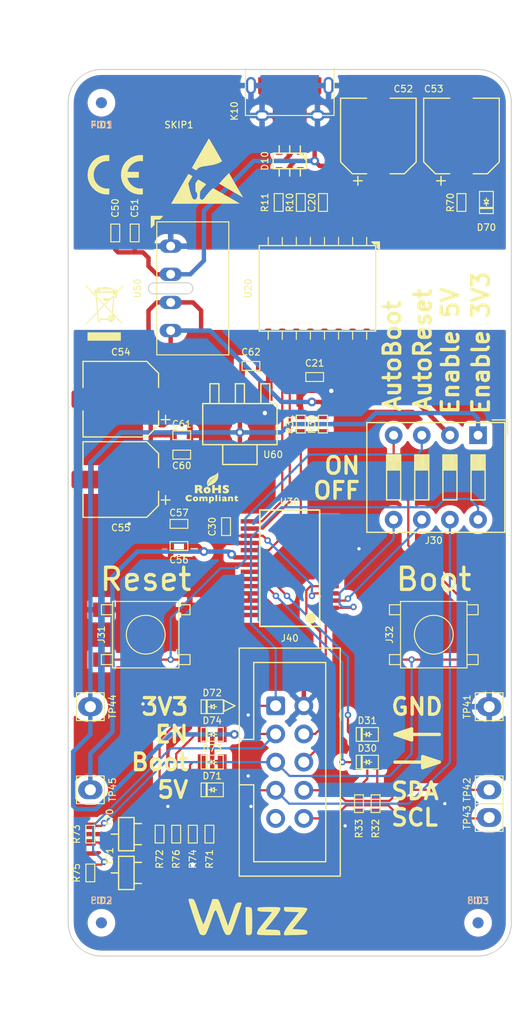
<source format=kicad_pcb>
(kicad_pcb (version 20211014) (generator pcbnew)
  (layers (0 "F.Cu" signal "CopperTop") (31 "B.Cu" signal "CopperBottom") (34 "B.Paste" user "PasteBottom") (35 "F.Paste" user "PasteTop") (36 "B.SilkS" user "SilkBottom") (37 "F.SilkS" user "SilkTop") (38 "B.Mask" user "SoldermaskBottom") (39 "F.Mask" user "SoldermaskTop") (44 "Edge.Cuts" user "EdgeOutline"))
  (net 0 "")
  (net 1 "GND")
  (net 2 "3V3")
  (net 3 "VUSB")
  (net 4 "Net-(C30-Pad1)")
  (net 5 "GND2")
  (net 6 "VCC")
  (net 7 "Net-(D10-Pad6)")
  (net 8 "Net-(D10-Pad4)")
  (net 9 "Net-(D10-Pad3)")
  (net 10 "Net-(D10-Pad1)")
  (net 11 "Net-(D30-Pad2)")
  (net 12 "Net-(D30-Pad1)")
  (net 13 "Net-(D31-Pad2)")
  (net 14 "Net-(D31-Pad1)")
  (net 15 "Net-(D70-Pad1)")
  (net 16 "Net-(D71-Pad2)")
  (net 17 "Net-(D71-Pad1)")
  (net 18 "Net-(D72-Pad2)")
  (net 19 "Net-(D72-Pad1)")
  (net 20 "Net-(J30-Pad4)")
  (net 21 "Net-(J30-Pad3)")
  (net 22 "Net-(J30-Pad6)")
  (net 23 "Net-(J30-Pad5)")
  (net 24 "Net-(J40-Pad10)")
  (net 25 "Net-(J40-Pad8)")
  (net 26 "Net-(J40-Pad6)")
  (net 27 "Net-(J40-Pad4)")
  (net 28 "Net-(R10-Pad2)")
  (net 29 "Net-(R11-Pad2)")
  (net 30 "Net-(R30-Pad2)")
  (net 31 "Net-(U20-Pad11)")
  (net 32 "Net-(U20-Pad10)")
  (net 33 "Net-(D73-Pad1)")
  (net 34 "Net-(D74-Pad1)")
  (net 35 "Net-(R73-Pad2)")
  (net 36 "Net-(R74-Pad1)")
  (net 37 "Net-(R75-Pad2)")
  (net 38 "Net-(R76-Pad1)")
  (net 39 "Net-(C20-Pad1)")
  (net 40 "Net-(C21-Pad1)")
  (footprint "_obudowy:C_0603" (layer "F.Cu") (at 14.25 -38.75 90)
    (fp_text reference "C30")
    (fp_text value "100n")
  )
  (footprint "_obudowy:C_0603" (layer "F.Cu") (at 4.25 -65.25 90)
    (fp_text reference "C50")
    (fp_text value "100n")
  )
  (footprint "Capacitor_SMD:CP_Elec_6.3x7.7" (layer "F.Cu") (at 4.75 -50.25 180)
    (fp_text reference "C54")
    (fp_text value "220u")
  )
  (footprint "_obudowy:C_0603" (layer "F.Cu") (at 10.25 -45.25)
    (fp_text reference "C60")
    (fp_text value "1u")
  )
  (footprint "_obudowy:C_0603" (layer "F.Cu") (at 10.25 -47)
    (fp_text reference "C61")
    (fp_text value "100n")
  )
  (footprint "_obudowy:C_0603" (layer "F.Cu") (at 16.5 -53.25)
    (fp_text reference "C62")
    (fp_text value "100n")
  )
  (footprint "_obudowy:SOT23-6" (layer "F.Cu") (at 20 -71.75 180)
    (fp_text reference "D10")
    (fp_text value "USBLC6-2")
  )
  (footprint "_obudowy:LED_0805" (layer "F.Cu") (at 27 -17.5)
    (fp_text reference "D30")
    (fp_text value "OF-SMD2012R")
  )
  (footprint "_obudowy:LED_0805" (layer "F.Cu") (at 27 -20)
    (fp_text reference "D31")
    (fp_text value "OF-SMD2012G")
  )
  (footprint "_obudowy:LED_0805" (layer "F.Cu") (at 13 -15)
    (fp_text reference "D71")
    (fp_text value "OF-SMD2012W")
  )
  (footprint "_obudowy:Fiducial_1.00mm_ring0.5mm" (layer "F.Cu") (at 3 -77)
    (fp_text reference "FID1")
    (fp_text value "_FIDUCIAL" hide)
  )
  (footprint "_obudowy:Fiducial_1.00mm_ring0.5mm" (layer "F.Cu") (at 3 -3 180)
    (fp_text reference "FID2")
    (fp_text value "_FIDUCIAL" hide)
  )
  (footprint "w_logo:Logo_silk_CE_5x3.6mm" (layer "F.Cu") (at 4.25 -70.5)
    (fp_text reference "ICON1" hide)
    (fp_text value "CE" hide)
  )
  (footprint "w_logo:Logo_silk_WEEE_3.4x5mm" (layer "F.Cu") (at 3.25 -58)
    (fp_text reference "ICON2" hide)
    (fp_text value "WEEE" hide)
  )
  (footprint "w_logo:Logo_silk_ROHS_5x2.8mm" (layer "F.Cu") (at 13 -42.25)
    (fp_text reference "ICON3" hide)
    (fp_text value "RoHS" hide)
  )
  (footprint "Symbol:ESD-Logo_6.6x6mm_SilkScreen" (layer "F.Cu") (at 12.55 -70.85)
    (fp_text reference "ICON4" hide)
    (fp_text value "ESD" hide)
  )
  (footprint "_obudowy:TACT_6x6_SMD" (layer "F.Cu") (at 7 -29 180)
    (fp_text reference "J31")
    (fp_text value "TACT_6x6_SMD")
  )
  (footprint "_obudowy:TACT_6x6_SMD" (layer "F.Cu") (at 33 -29 180)
    (fp_text reference "J32")
    (fp_text value "TACT_6x6_SMD")
  )
  (footprint "_obudowy:USB_Micro_B_Amphenol_10118194-0001LF_PIP" (layer "F.Cu") (at 20 -78.55 180)
    (fp_text reference "K10")
    (fp_text value "USB")
  )
  (footprint "_obudowy:R_0603" (layer "F.Cu") (at 21 -68 -90)
    (fp_text reference "R10")
    (fp_text value "22R")
  )
  (footprint "_obudowy:R_0603" (layer "F.Cu") (at 23 -48 -90)
    (fp_text reference "R30")
    (fp_text value "4k7")
  )
  (footprint "_obudowy:R_0603" (layer "F.Cu") (at 21 -48 90)
    (fp_text reference "R31")
    (fp_text value "10k")
  )
  (footprint "_obudowy:R_0603" (layer "F.Cu") (at 35.5 -68 90)
    (fp_text reference "R70")
    (fp_text value "2k2")
  )
  (footprint "_obudowy:R_0603" (layer "F.Cu") (at 8.25 -11 90)
    (fp_text reference "R72")
    (fp_text value "1k")
  )
  (footprint "Package_SO:SOIC-16W_7.5x10.3mm_P1.27mm" (layer "F.Cu") (at 22.5 -60.25 -90)
    (fp_text reference "U20")
    (fp_text value "ADUM3160")
  )
  (footprint "w_smd_dil:ssop-28" (layer "F.Cu") (at 20 -35 90)
    (fp_text reference "U30")
    (fp_text value "FT232RL")
  )
  (footprint "_obudowy:SOT223" (layer "F.Cu") (at 15.5 -48 180)
    (fp_text reference "U60")
    (fp_text value "1117-3.3")
  )
  (footprint "_obudowy:1pin" (layer "F.Cu") (at 38 -22.5 90)
    (fp_text reference "TP41")
    (fp_text value "GND")
  )
  (footprint "_obudowy:1pin" (layer "F.Cu") (at 38 -15 90)
    (fp_text reference "TP42")
    (fp_text value "SDA")
  )
  (footprint "_obudowy:1pin" (layer "F.Cu") (at 38 -12.5 90)
    (fp_text reference "TP43")
    (fp_text value "SCL")
  )
  (footprint "_obudowy:LED_0805" (layer "F.Cu") (at 13 -17.5)
    (fp_text reference "D73")
    (fp_text value "OF-SMD2012Y")
  )
  (footprint "_obudowy:LED_0805" (layer "F.Cu") (at 13 -20)
    (fp_text reference "D74")
    (fp_text value "OF-SMD2012Y")
  )
  (footprint "_obudowy:R_0603" (layer "F.Cu") (at 2 -11 -90)
    (fp_text reference "R73")
    (fp_text value "10k")
  )
  (footprint "_obudowy:R_0603" (layer "F.Cu") (at 2 -7.5 -90)
    (fp_text reference "R75")
    (fp_text value "10k")
  )
  (footprint "_obudowy:R_0603" (layer "F.Cu") (at 9.75 -11 90)
    (fp_text reference "R76")
    (fp_text value "100R")
  )
  (footprint "_obudowy:Skipmark_1.00mm" (layer "F.Cu") (at 10 -77)
    (fp_text reference "SKIP1")
    (fp_text value "_SKIPMARK" hide)
  )
  (footprint "_obudowy:SOT23" (layer "F.Cu") (at 5.25 -11 90)
    (fp_text reference "T70")
    (fp_text value "BC857")
  )
  (footprint "_obudowy:SOT23" (layer "F.Cu") (at 5.25 -7.5 90)
    (fp_text reference "T71")
    (fp_text value "BC857")
  )
  (footprint "_obudowy:1pin" (layer "F.Cu") (at 2 -22.5 90)
    (fp_text reference "TP44")
    (fp_text value "3V3")
  )
  (footprint "Capacitor_SMD:CP_Elec_6.3x7.7" (layer "F.Cu") (at 28 -74 90)
    (fp_text reference "C52")
    (fp_text value "220u")
  )
  (footprint "Capacitor_SMD:CP_Elec_6.3x7.7" (layer "F.Cu") (at 35.5 -74 90)
    (fp_text reference "C53")
    (fp_text value "220u")
  )
  (footprint "_obudowy:C_0603" (layer "F.Cu") (at 10 -37 180)
    (fp_text reference "C56")
    (fp_text value "10u")
  )
  (footprint "_obudowy:C_0603" (layer "F.Cu") (at 10 -39 180)
    (fp_text reference "C57")
    (fp_text value "100n")
  )
  (footprint "Capacitor_SMD:CP_Elec_6.3x7.7" (layer "F.Cu") (at 4.75 -43 180)
    (fp_text reference "C55")
    (fp_text value "220u")
  )
  (footprint "_obudowy:LED_0805" (layer "F.Cu") (at 13 -22.5)
    (fp_text reference "D72")
    (fp_text value "OF-SMD2012W")
  )
  (footprint "_obudowy:R_0603" (layer "F.Cu") (at 19 -68 -90)
    (fp_text reference "R11")
    (fp_text value "22R")
  )
  (footprint "_obudowy:LED_0805" (layer "F.Cu") (at 37.75 -68 90)
    (fp_text reference "D70")
    (fp_text value "OF-SMD2012W")
  )
  (footprint "_obudowy:Fiducial_1.00mm_ring0.5mm" (layer "F.Cu") (at 37 -3 180)
    (fp_text reference "FID3")
    (fp_text value "_FIDUCIAL" hide)
  )
  (footprint "_obudowy:R_0603" (layer "F.Cu") (at 26.25 -13.75 -90)
    (fp_text reference "R33")
    (fp_text value "100R")
  )
  (footprint "_obudowy:R_0603" (layer "F.Cu") (at 11.25 -11 90)
    (fp_text reference "R74")
    (fp_text value "100R")
  )
  (footprint "_obudowy:AMxS-xxxxSZ" (layer "F.Cu") (at 11.25 -60.25 -90)
    (fp_text reference "U50")
    (fp_text value "AM2S-0505SZ")
  )
  (footprint "_obudowy:1pin" (layer "F.Cu") (at 2 -15 90)
    (fp_text reference "TP45")
    (fp_text value "5V")
  )
  (footprint "Button_Switch_THT:SW_DIP_SPSTx04_Slide_9.78x12.34mm_W7.62mm_P2.54mm" (layer "F.Cu") (at 37 -47 -90)
    (fp_text reference "J30")
    (fp_text value "DIPSW4")
  )
  (footprint "_obudowy:wizzdev-logo-part2" (layer "F.Cu") (at 20 -4)
    (fp_text reference "LOGO2" hide)
    (fp_text value "WizzDev" hide)
  )
  (footprint "_obudowy:wizzdev-logo-part1" (layer "F.Cu") (at 20 -4)
    (fp_text reference "LOGO1" hide)
    (fp_text value "WizzDev" hide)
  )
  (footprint "_obudowy:C_0603" (layer "F.Cu") (at 23 -68 90)
    (fp_text reference "C20")
    (fp_text value "100n")
  )
  (footprint "_obudowy:IDC-Header_2x05_P2.54mm_Vertical" (layer "F.Cu") (at 20 -17.5)
    (fp_text reference "J40")
    (fp_text value "IDC-10")
  )
  (footprint "_obudowy:R_0603" (layer "F.Cu") (at 12.75 -11 90)
    (fp_text reference "R71")
    (fp_text value "2k2")
  )
  (footprint "_obudowy:R_0603" (layer "F.Cu") (at 27.75 -13.75 -90)
    (fp_text reference "R32")
    (fp_text value "100R")
  )
  (footprint "_obudowy:C_0603" (layer "F.Cu") (at 22.25 -52.25)
    (fp_text reference "C21")
    (fp_text value "100n")
  )
  (footprint "_obudowy:C_0603" (layer "F.Cu") (at 6 -65.25 90)
    (fp_text reference "C51")
    (fp_text value "10u")
  )
  (footprint "_obudowy:Fiducial_1.00mm_ring0.5mm" (layer "B.Cu") (at 3 -77 180)
    (fp_text reference "FID4")
    (fp_text value "_FIDUCIAL" hide)
  )
  (footprint "_obudowy:Fiducial_1.00mm_ring0.5mm" (layer "B.Cu") (at 3 -3)
    (fp_text reference "FID5")
    (fp_text value "_FIDUCIAL" hide)
  )
  (footprint "_obudowy:Fiducial_1.00mm_ring0.5mm" (layer "B.Cu") (at 37 -3)
    (fp_text reference "FID6")
    (fp_text value "_FIDUCIAL" hide)
  )
  (gr_line (start 31 -19.5) (end 29.5 -20) (layer "F.SilkS") (width 0.3))
  (gr_line (start 30.75 -20.25) (end 30.75 -19.75) (layer "F.SilkS") (width 0.3))
  (gr_line (start 30.5 -20.25) (end 30.5 -19.75) (layer "F.SilkS") (width 0.3))
  (gr_line (start 30.25 -20.25) (end 30.25 -19.75) (layer "F.SilkS") (width 0.3))
  (gr_line (start 30 -20) (end 30 -20) (layer "F.SilkS") (width 0.3))
  (gr_line (start 32.25 -17.25) (end 32.25 -17.75) (layer "F.SilkS") (width 0.3))
  (gr_line (start 33.5 -17.5) (end 32 -17) (layer "F.SilkS") (width 0.3))
  (gr_line (start 32 -18) (end 33.5 -17.5) (layer "F.SilkS") (width 0.3))
  (gr_line (start 32.75 -17.25) (end 32.75 -17.75) (layer "F.SilkS") (width 0.3))
  (gr_line (start 33 -17.5) (end 33 -17.5) (layer "F.SilkS") (width 0.3))
  (gr_line (start 33.5 -17.5) (end 29.5 -17.5) (layer "F.SilkS") (width 0.3))
  (gr_line (start 32 -17) (end 32 -18) (layer "F.SilkS") (width 0.3))
  (gr_line (start 32.5 -17.25) (end 32.5 -17.75) (layer "F.SilkS") (width 0.3))
  (gr_line (start 29.5 -20) (end 31 -20.5) (layer "F.SilkS") (width 0.3))
  (gr_line (start 29.5 -20) (end 33.5 -20) (layer "F.SilkS") (width 0.3))
  (gr_line (start 31 -20.5) (end 31 -19.5) (layer "F.SilkS") (width 0.3))
  (gr_line (start 3 -80) (end 37 -80) (layer "Edge.Cuts") (width 0.1))
  (gr_line (start 40 -77) (end 40 -3) (layer "Edge.Cuts") (width 0.1))
  (gr_line (start 37 0) (end 3 0) (layer "Edge.Cuts") (width 0.1))
  (gr_line (start 0 -3) (end 0 -77) (layer "Edge.Cuts") (width 0.1))
  (gr_line (start 7.75 -60.75) (end 10.75 -60.75) (layer "Edge.Cuts") (width 0.1))
  (gr_arc (start 37 -80) (mid 39.12132 -79.12132) (end 40 -77) (layer "Edge.Cuts") (width 0.1))
  (gr_arc (start 10.75 -60.75) (mid 11.25 -60.25) (end 10.75 -59.75) (layer "Edge.Cuts") (width 0.1))
  (gr_line (start 10.75 -59.75) (end 7.75 -59.75) (layer "Edge.Cuts") (width 0.1))
  (gr_arc (start 7.75 -59.75) (mid 7.25 -60.25) (end 7.75 -60.75) (layer "Edge.Cuts") (width 0.1))
  (gr_arc (start 0 -77) (mid 0.87868 -79.12132) (end 3 -80) (layer "Edge.Cuts") (width 0.1))
  (gr_arc (start 3 0) (mid 0.87868 -0.87868) (end 0 -3) (layer "Edge.Cuts") (width 0.1))
  (gr_arc (start 40 -3) (mid 39.12132 -0.87868) (end 37 0) (layer "Edge.Cuts") (width 0.1))
  (gr_text "SCL" (at 29 -12.5) (layer "F.SilkS") (effects (font (size 1.5 1.5) (thickness 0.3)) (justify left)))
  (gr_text "GND" (at 29 -22.5) (layer "F.SilkS") (effects (font (size 1.5 1.5) (thickness 0.3)) (justify left)))
  (gr_text "SDA" (at 29 -14.88) (layer "F.SilkS") (effects (font (size 1.5 1.5) (thickness 0.3)) (justify left)))
  (gr_text "3V3" (at 11 -22.5) (layer "F.SilkS") (effects (font (size 1.5 1.5) (thickness 0.3)) (justify right)))
  (gr_text "Boot" (at 11 -17.5) (layer "F.SilkS") (effects (font (size 1.5 1.5) (thickness 0.3)) (justify right)))
  (gr_text "5V" (at 11 -15) (layer "F.SilkS") (effects (font (size 1.5 1.5) (thickness 0.3)) (justify right)))
  (gr_text "EN" (at 11 -20) (layer "F.SilkS") (effects (font (size 1.5 1.5) (thickness 0.3)) (justify right)))
  (gr_text "ON" (at 26.5 -44.25) (layer "F.SilkS") (effects (font (size 1.5 1.5) (thickness 0.3)) (justify right)))
  (gr_text "AutoBoot" (at 29.25 -49 90) (layer "F.SilkS") (effects (font (size 1.5 1.5) (thickness 0.3)) (justify left)))
  (gr_text "AutoReset" (at 32 -49 90) (layer "F.SilkS") (effects (font (size 1.5 1.5) (thickness 0.3)) (justify left)))
  (gr_text "Enable 5V" (at 34.5 -48.75 90) (layer "F.SilkS") (effects (font (size 1.5 1.5) (thickness 0.3)) (justify left)))
  (gr_text "Enable 3V3" (at 37.25 -48.75 90) (layer "F.SilkS") (effects (font (size 1.5 1.5) (thickness 0.3)) (justify left)))
  (gr_text "OFF" (at 26.5 -42) (layer "F.SilkS") (effects (font (size 1.5 1.5) (thickness 0.3)) (justify right)))
  (segment (start 23 -52.25) (end 23 -51) (width 0.4) (layer "F.Cu") (net 1))
  (segment (start 11.27 -58.98) (end 12 -58.25) (width 0.4) (layer "F.Cu") (net 1))
  (segment (start 13.825 -32.075) (end 13.825 -32.825) (width 0.4) (layer "F.Cu") (net 1))
  (segment (start 4.19336 -11) (end 1.25 -11) (width 0.4) (layer "F.Cu") (net 1))
  (segment (start 9.25 -37) (end 9.25 -35.4) (width 0.4) (layer "F.Cu") (net 1))
  (segment (start 21 -50.5) (end 21.5 -51) (width 0.4) (layer "F.Cu") (net 1))
  (segment (start 17.80124 -48.80124) (end 17.80124 -48.94876) (width 0.4) (layer "F.Cu") (net 1))
  (segment (start 27 -31.25) (end 27 -26.624998) (width 0.4) (layer "F.Cu") (net 1))
  (segment (start 14.25 -39.5) (end 12.75 -39.5) (width 0.4) (layer "F.Cu") (net 1))
  (segment (start 16.4 -32.075) (end 13.825 -32.075) (width 0.4) (layer "F.Cu") (net 1))
  (segment (start 9.25 -58.98) (end 7.98 -58.98) (width 0.4) (layer "F.Cu") (net 1))
  (segment (start 12 -56.25) (end 12.65 -55.6) (width 0.4) (layer "F.Cu") (net 1))
  (segment (start 18 -53.25) (end 18.055 -53.305) (width 0.4) (layer "F.Cu") (net 1))
  (segment (start 13.825 -37.225) (end 13.775 -37.275) (width 0.4) (layer "F.Cu") (net 1))
  (segment (start 17.80124 -48.80124) (end 17.80124 -47.19876) (width 0.4) (layer "F.Cu") (net 1))
  (segment (start 7.25 -58.25) (end 7.25 -55.25) (width 0.4) (layer "F.Cu") (net 1))
  (segment (start 12.75 -9.75) (end 12.75 -10.25) (width 0.4) (layer "F.Cu") (net 1))
  (segment (start 9.25 -35.4) (end 9.325 -35.325) (width 0.4) (layer "F.Cu") (net 1))
  (segment (start 12 -58.25) (end 12 -56.25) (width 0.4) (layer "F.Cu") (net 1))
  (segment (start 3.02 -37.98) (end 3 -38) (width 0.4) (layer "F.Cu") (net 1))
  (segment (start 3 -38) (end 2.05 -38.95) (width 0.4) (layer "F.Cu") (net 1))
  (segment (start 13.825 -32.075) (end 13 -31.25) (width 0.4) (layer "F.Cu") (net 1))
  (segment (start 4.143361 -7.450001) (end 4.19336 -7.5) (width 0.4) (layer "F.Cu") (net 1))
  (segment (start 1.299999 -7.450001) (end 4.143361 -7.450001) (width 0.4) (layer "F.Cu") (net 1))
  (segment (start 17.80124 -47.19876) (end 18.375 -46.625) (width 0.4) (layer "F.Cu") (net 1))
  (segment (start 7.75 -10.25) (end 7 -11) (width 0.4) (layer "F.Cu") (net 1))
  (segment (start 13.775 -37.275) (end 13.225 -37.275) (width 0.4) (layer "F.Cu") (net 1))
  (segment (start 11 -44.25) (end 11 -45.25) (width 0.4) (layer "F.Cu") (net 1))
  (segment (start 23.6 -34.675) (end 18.575 -34.675) (width 0.4) (layer "F.Cu") (net 1))
  (segment (start 12.65 -55.6) (end 13.65 -55.6) (width 0.4) (layer "F.Cu") (net 1))
  (segment (start 16.4 -37.275) (end 13.775 -37.275) (width 0.4) (layer "F.Cu") (net 1))
  (segment (start 17.80124 -48.94876) (end 17.75 -49) (width 0.4) (layer "F.Cu") (net 1))
  (segment (start 4.25 -52.25) (end 2.75 -52.25) (width 0.4) (layer "F.Cu") (net 1))
  (segment (start 13.825 -35.325) (end 9.325 -35.325) (width 0.4) (layer "F.Cu") (net 1))
  (segment (start 5.675 -35.325) (end 3.075 -35.325) (width 0.4) (layer "F.Cu") (net 1))
  (segment (start 18.375 -46.625) (end 18.375 -44.125) (width 0.4) (layer "F.Cu") (net 1))
  (segment (start 17.80124 -50.99974) (end 17.80124 -48.80124) (width 0.4) (layer "F.Cu") (net 1))
  (segment (start 2.75 -52.25) (end 2.05 -51.55) (width 0.4) (layer "F.Cu") (net 1))
  (segment (start 18.055 -51.2535) (end 17.80124 -50.99974) (width 0.4) (layer "F.Cu") (net 1))
  (segment (start 1.25 -11) (end 0.75 -10.5) (width 0.4) (layer "F.Cu") (net 1))
  (segment (start 10.5 -7.5) (end 11.25 -8.25) (width 0.4) (layer "F.Cu") (net 1))
  (segment (start 18.575 -34.675) (end 17.925 -35.325) (width 0.4) (layer "F.Cu") (net 1))
  (segment (start 27 -31.25) (end 27 -32.75) (width 0.4) (layer "F.Cu") (net 1))
  (segment (start 7 -11) (end 4.19336 -11) (width 0.4) (layer "F.Cu") (net 1))
  (segment (start 17.925 -35.325) (end 16.4 -35.325) (width 0.4) (layer "F.Cu") (net 1))
  (segment (start 10 -58.98) (end 11.27 -58.98) (width 0.4) (layer "F.Cu") (net 1))
  (segment (start 12.75 -39.5) (end 12.75 -43.5) (width 0.4) (layer "F.Cu") (net 1))
  (segment (start 25.675 -52.925) (end 25.675 -55.6) (width 0.4) (layer "F.Cu") (net 1))
  (segment (start 17.25 -53.25) (end 18 -53.25) (width 0.4) (layer "F.Cu") (net 1))
  (segment (start 27 -26.624998) (end 31.124998 -22.5) (width 0.4) (layer "F.Cu") (net 1))
  (segment (start 4.19336 -7.5) (end 10.5 -7.5) (width 0.4) (layer "F.Cu") (net 1))
  (segment (start 23.75 -51) (end 25.675 -52.925) (width 0.4) (layer "F.Cu") (net 1))
  (segment (start 8.25 -10.25) (end 7.75 -10.25) (width 0.4) (layer "F.Cu") (net 1))
  (segment (start 18.055 -55.6) (end 18.055 -53.305) (width 0.4) (layer "F.Cu") (net 1))
  (segment (start 10 -58.98) (end 8.73 -58.98) (width 0.4) (layer "F.Cu") (net 1))
  (segment (start 18.055 -53.305) (end 18.055 -51.2535) (width 0.4) (layer "F.Cu") (net 1))
  (segment (start 21.27 -28.73) (end 17.925 -32.075) (width 0.4) (layer "F.Cu") (net 1))
  (segment (start 27 -32.75) (end 25.075 -34.675) (width 0.4) (layer "F.Cu") (net 1))
  (segment (start 36.98 -31.25) (end 29.02 -31.25) (width 0.4) (layer "F.Cu") (net 1))
  (segment (start 7.25 -55.25) (end 4.25 -52.25) (width 0.4) (layer "F.Cu") (net 1))
  (segment (start 2.05 -38.95) (end 2.05 -43) (width 0.4) (layer "F.Cu") (net 1))
  (segment (start 14.25 -43.5) (end 12.75 -43.5) (width 0.4) (layer "F.Cu") (net 1))
  (segment (start 16.4 -32.725) (end 13.925 -32.725) (width 0.4) (layer "F.Cu") (net 1))
  (segment (start 3.02 -31.25) (end 3.02 -35.27) (width 0.4) (layer "F.Cu") (net 1))
  (segment (start 23 -51) (end 23.75 -51) (width 0.4) (layer "F.Cu") (net 1))
  (segment (start 0.75 -8) (end 1.299999 -7.450001) (width 0.4) (layer "F.Cu") (net 1))
  (segment (start 13.65 -55.6) (end 18.055 -55.6) (width 0.4) (layer "F.Cu") (net 1))
  (segment (start 11.75 -43.5) (end 11 -44.25) (width 0.4) (layer "F.Cu") (net 1))
  (segment (start 23.6 -34.675) (end 25.075 -34.675) (width 0.4) (layer "F.Cu") (net 1))
  (segment (start 17.75 -43.5) (end 14.25 -43.5) (width 0.4) (layer "F.Cu") (net 1))
  (segment (start 27 -31.25) (end 29.02 -31.25) (width 0.4) (layer "F.Cu") (net 1))
  (segment (start 11.25 -8.25) (end 12.75 -9.75) (width 0.4) (layer "F.Cu") (net 1))
  (segment (start 2.05 -51.55) (end 2.05 -50.25) (width 0.4) (layer "F.Cu") (net 1))
  (segment (start 18.375 -44.125) (end 17.75 -43.5) (width 0.4) (layer "F.Cu") (net 1))
  (segment (start 0.75 -10.5) (end 0.75 -8) (width 0.4) (layer "F.Cu") (net 1))
  (segment (start 9.25 -39) (end 9.25 -37) (width 0.4) (layer "F.Cu") (net 1))
  (segment (start 11 -45.25) (end 11 -47) (width 0.4) (layer "F.Cu") (net 1))
  (segment (start 13.825 -32.825) (end 13.825 -35.325) (width 0.4) (layer "F.Cu") (net 1))
  (segment (start 21 -48.75) (end 21 -50.5) (width 0.4) (layer "F.Cu") (net 1))
  (segment (start 13.925 -32.725) (end 13.825 -32.825) (width 0.4) (layer "F.Cu") (net 1))
  (segment (start 7.98 -58.98) (end 7.25 -58.25) (width 0.4) (layer "F.Cu") (net 1))
  (segment (start 9.325 -35.325) (end 5.675 -35.325) (width 0.4) (layer "F.Cu") (net 1))
  (segment (start 31.124998 -22.5) (end 38 -22.5) (width 0.4) (layer "F.Cu") (net 1))
  (segment (start 13.225 -37.275) (end 12.75 -37.75) (width 0.4) (layer "F.Cu") (net 1))
  (segment (start 2.05 -50.25) (end 2.05 -43) (width 0.4) (layer "F.Cu") (net 1))
  (segment (start 13.825 -35.325) (end 13.825 -37.225) (width 0.4) (layer "F.Cu") (net 1))
  (segment (start 12.75 -43.5) (end 11.75 -43.5) (width 0.4) (layer "F.Cu") (net 1))
  (segment (start 17.925 -32.075) (end 16.4 -32.075) (width 0.4) (layer "F.Cu") (net 1))
  (segment (start 16.4 -35.325) (end 13.825 -35.325) (width 0.4) (layer "F.Cu") (net 1))
  (segment (start 21.5 -51) (end 23 -51) (width 0.4) (layer "F.Cu") (net 1))
  (segment (start 3.075 -35.325) (end 3.02 -35.27) (width 0.4) (layer "F.Cu") (net 1))
  (segment (start 12.75 -37.75) (end 12.75 -39.5) (width 0.4) (layer "F.Cu") (net 1))
  (segment (start 3.02 -35.27) (end 3.02 -37.98) (width 0.4) (layer "F.Cu") (net 1))
  (segment (start 13 -31.25) (end 10.98 -31.25) (width 0.4) (layer "F.Cu") (net 1))
  (segment (start 21.27 -22.58) (end 21.27 -28.73) (width 0.4) (layer "F.Cu") (net 1))
  (via (at 6.75 -22.75) (size 0.6) (drill 0.3) (layers "F.Cu" "B.Cu") (net 1))
  (via (at 5.5 -39) (size 0.6) (drill 0.3) (layers "F.Cu" "B.Cu") (net 1))
  (via (at 26.25 -36.75) (size 0.6) (drill 0.3) (layers "F.Cu" "B.Cu") (net 1))
  (via (at 34 -13.75) (size 0.6) (drill 0.3) (layers "F.Cu" "B.Cu") (net 1))
  (via (at 16.25 -21.75) (size 0.6) (drill 0.3) (layers "F.Cu" "B.Cu") (net 1))
  (via (at 25 -11.75) (size 0.6) (drill 0.3) (layers "F.Cu" "B.Cu") (net 1))
  (via (at 23.75 -51) (size 0.8) (drill 0.4) (layers "F.Cu" "B.Cu") (net 1))
  (via (at 11.25 -8.25) (size 0.8) (drill 0.4) (layers "F.Cu" "B.Cu") (net 1))
  (via (at 16.25 -16.25) (size 0.6) (drill 0.3) (layers "F.Cu" "B.Cu") (net 1))
  (via (at 17.75 -49) (size 0.8) (drill 0.4) (layers "F.Cu" "B.Cu") (net 1))
  (via (at 16.5 -13.5) (size 0.6) (drill 0.3) (layers "F.Cu" "B.Cu") (net 1))
  (via (at 9 -13.5) (size 0.6) (drill 0.3) (layers "F.Cu" "B.Cu") (net 1))
  (segment (start 38 -19) (end 38 -22.5) (width 0.4) (layer "B.Cu") (net 1))
  (segment (start 22.5 -49) (end 23.75 -50.25) (width 0.4) (layer "B.Cu") (net 1))
  (segment (start 27.25 -8.25) (end 38 -19) (width 0.4) (layer "B.Cu") (net 1))
  (segment (start 23.75 -50.25) (end 23.75 -51) (width 0.4) (layer "B.Cu") (net 1))
  (segment (start 11.25 -8.25) (end 27.25 -8.25) (width 0.4) (layer "B.Cu") (net 1))
  (segment (start 17.75 -49) (end 22.5 -49) (width 0.4) (layer "B.Cu") (net 1))
  (segment (start 15.75 -51.24974) (end 15.5 -50.99974) (width 0.4) (layer "F.Cu") (net 2))
  (segment (start 13 -17.5) (end 13.9 -17.5) (width 0.4) (layer "F.Cu") (net 2))
  (segment (start 13 -14) (end 13 -17.5) (width 0.4) (layer "F.Cu") (net 2))
  (segment (start 13 -19.75) (end 13 -18) (width 0.4) (layer "F.Cu") (net 2))
  (segment (start 27.75 -11.75) (end 26.75 -10.75) (width 0.4) (layer "F.Cu") (net 2))
  (segment (start 26.25 -13) (end 26.25 -10.75) (width 0.4) (layer "F.Cu") (net 2))
  (segment (start 16.25 -10.75) (end 13 -14) (width 0.4) (layer "F.Cu") (net 2))
  (segment (start 15.75 -53.25) (end 15.75 -51.24974) (width 0.4) (layer "F.Cu") (net 2))
  (segment (start 13 -18) (end 13 -17.5) (width 0.4) (layer "F.Cu") (net 2))
  (segment (start 15.5 -47.25) (end 15.5 -45.00026) (width 0.4) (layer "F.Cu") (net 2))
  (segment (start 15.5 -50.99974) (end 15.5 -47.25) (width 0.4) (layer "F.Cu") (net 2))
  (segment (start 13.9 -20) (end 13.25 -20) (width 0.4) (layer "F.Cu") (net 2))
  (segment (start 26.25 -10.75) (end 16.25 -10.75) (width 0.4) (layer "F.Cu") (net 2))
  (segment (start 27.75 -13) (end 27.75 -11.75) (width 0.4) (layer "F.Cu") (net 2))
  (segment (start 13.9 -20) (end 15 -20) (width 0.4) (layer "F.Cu") (net 2))
  (segment (start 13.25 -20) (end 13 -19.75) (width 0.4) (layer "F.Cu") (net 2))
  (segment (start 26.75 -10.75) (end 26.25 -10.75) (width 0.4) (layer "F.Cu") (net 2))
  (via (at 15 -20) (size 0.8) (drill 0.4) (layers "F.Cu" "B.Cu") (net 2))
  (via (at 15.5 -47.25) (size 0.8) (drill 0.4) (layers "F.Cu" "B.Cu") (net 2))
  (segment (start 15.5 -47.25) (end 19.25 -47.25) (width 0.4) (layer "B.Cu") (net 2))
  (segment (start 2 -20) (end 2 -22.5) (width 0.4) (layer "B.Cu") (net 2))
  (segment (start 19.25 -47.25) (end 20 -48) (width 0.4) (layer "B.Cu") (net 2))
  (segment (start 0.45001 -18.45001) (end 2 -20) (width 0.4) (layer "B.Cu") (net 2))
  (segment (start 9.25 -20) (end 2.5 -13.25) (width 0.4) (layer "B.Cu") (net 2))
  (segment (start 26.75 -48) (end 27.75 -49) (width 0.4) (layer "B.Cu") (net 2))
  (segment (start 37 -48.5) (end 37 -47) (width 0.4) (layer "B.Cu") (net 2))
  (segment (start 2 -22.5) (end 2 -44.5) (width 0.4) (layer "B.Cu") (net 2))
  (segment (start 2.5 -13.25) (end 0.75 -13.25) (width 0.4) (layer "B.Cu") (net 2))
  (segment (start 0.75 -13.25) (end 0.45001 -13.54999) (width 0.4) (layer "B.Cu") (net 2))
  (segment (start 0.45001 -13.54999) (end 0.45001 -18.45001) (width 0.4) (layer "B.Cu") (net 2))
  (segment (start 27.75 -49) (end 36.5 -49) (width 0.4) (layer "B.Cu") (net 2))
  (segment (start 20 -48) (end 26.75 -48) (width 0.4) (layer "B.Cu") (net 2))
  (segment (start 4.75 -47.25) (end 15.5 -47.25) (width 0.4) (layer "B.Cu") (net 2))
  (segment (start 36.5 -49) (end 37 -48.5) (width 0.4) (layer "B.Cu") (net 2))
  (segment (start 15 -20) (end 9.25 -20) (width 0.4) (layer "B.Cu") (net 2))
  (segment (start 2 -44.5) (end 4.75 -47.25) (width 0.4) (layer "B.Cu") (net 2))
  (segment (start 29.65 -64.9) (end 31.2 -66.45) (width 0.4) (layer "F.Cu") (net 3))
  (segment (start 20.489038 -71.75) (end 22.25 -71.75) (width 0.4) (layer "F.Cu") (net 3))
  (segment (start 22.7 -71.3) (end 22.95 -71.3) (width 0.4) (layer "F.Cu") (net 3))
  (segment (start 6 -64.5) (end 6 -63.5) (width 0.4) (layer "F.Cu") (net 3))
  (segment (start 7.98 -61.52) (end 7.25 -62.25) (width 0.4) (layer "F.Cu") (net 3))
  (segment (start 31.2 -71.3) (end 28 -71.3) (width 0.4) (layer "F.Cu") (net 3))
  (segment (start 6 -63.5) (end 4.5 -63.5) (width 0.4) (layer "F.Cu") (net 3))
  (segment (start 31.2 -66.45) (end 31.2 -71.3) (width 0.4) (layer "F.Cu") (net 3))
  (segment (start 20 -71.260962) (end 20.489038 -71.75) (width 0.4) (layer "F.Cu") (net 3))
  (segment (start 26.945 -64.9) (end 29.65 -64.9) (width 0.4) (layer "F.Cu") (net 3))
  (segment (start 22.25 -71.75) (end 22.7 -71.3) (width 0.4) (layer "F.Cu") (net 3))
  (segment (start 35.5 -71.3) (end 31.2 -71.3) (width 0.4) (layer "F.Cu") (net 3))
  (segment (start 22.95 -71.3) (end 28 -71.3) (width 0.4) (layer "F.Cu") (net 3))
  (segment (start 37.75 -70.5) (end 36.95 -71.3) (width 0.4) (layer "F.Cu") (net 3))
  (segment (start 21.3 -74.2) (end 21.3 -75.75) (width 0.4) (layer "F.Cu") (net 3))
  (segment (start 37.75 -68.9) (end 37.75 -70.5) (width 0.4) (layer "F.Cu") (net 3))
  (segment (start 4.25 -63.75) (end 4.25 -64.5) (width 0.4) (layer "F.Cu") (net 3))
  (segment (start 22.25 -71.75) (end 22.25 -73.25) (width 0.4) (layer "F.Cu") (net 3))
  (segment (start 7.98 -61.52) (end 9.25 -61.52) (width 0.4) (layer "F.Cu") (net 3))
  (segment (start 7.25 -63) (end 6.75 -63.5) (width 0.4) (layer "F.Cu") (net 3))
  (segment (start 4.5 -63.5) (end 4.25 -63.75) (width 0.4) (layer "F.Cu") (net 3))
  (segment (start 6.75 -63.5) (end 6 -63.5) (width 0.4) (layer "F.Cu") (net 3))
  (segment (start 7.25 -62.25) (end 7.25 -63) (width 0.4) (layer "F.Cu") (net 3))
  (segment (start 20 -70.69336) (end 20 -71.260962) (width 0.4) (layer "F.Cu") (net 3))
  (segment (start 36.95 -71.3) (end 35.5 -71.3) (width 0.4) (layer "F.Cu") (net 3))
  (segment (start 22.25 -73.25) (end 21.3 -74.2) (width 0.4) (layer "F.Cu") (net 3))
  (via (at 22.25 -71.75) (size 0.8) (drill 0.4) (layers "F.Cu" "B.Cu") (net 3))
  (segment (start 16.75 -71.75) (end 22.25 -71.75) (width 0.4) (layer "B.Cu") (net 3))
  (segment (start 12.25 -62.75) (end 12.25 -67.25) (width 0.4) (layer "B.Cu") (net 3))
  (segment (start 12.25 -67.25) (end 16.75 -71.75) (width 0.4) (layer "B.Cu") (net 3))
  (segment (start 11.02 -61.52) (end 12.25 -62.75) (width 0.4) (layer "B.Cu") (net 3))
  (segment (start 9.25 -61.52) (end 11.02 -61.52) (width 0.4) (layer "B.Cu") (net 3))
  (segment (start 22.525 -32.725) (end 23.6 -32.725) (width 0.2) (layer "F.Cu") (net 4))
  (segment (start 22.225 -32.725) (end 22 -32.5) (width 0.2) (layer "F.Cu") (net 4))
  (segment (start 18 -37.5) (end 17.575 -37.925) (width 0.2) (layer "F.Cu") (net 4))
  (segment (start 14.325 -37.925) (end 14.25 -38) (width 0.2) (layer "F.Cu") (net 4))
  (segment (start 16.4 -37.925) (end 14.325 -37.925) (width 0.2) (layer "F.Cu") (net 4))
  (segment (start 17.575 -37.925) (end 16.4 -37.925) (width 0.2) (layer "F.Cu") (net 4))
  (segment (start 22.525 -32.725) (end 22.225 -32.725) (width 0.2) (layer "F.Cu") (net 4))
  (via (at 18 -37.5) (size 0.6) (drill 0.3) (layers "F.Cu" "B.Cu") (net 4))
  (via (at 22 -32.5) (size 0.6) (drill 0.3) (layers "F.Cu" "B.Cu") (net 4))
  (segment (start 22 -33.5) (end 22 -32.5) (width 0.2) (layer "B.Cu") (net 4))
  (segment (start 18 -37.5) (end 22 -33.5) (width 0.2) (layer "B.Cu") (net 4))
  (segment (start 18 -70) (end 18 -71.75) (width 0.4) (layer "F.Cu") (net 5))
  (segment (start 25.05 -76.7) (end 28 -76.7) (width 0.4) (layer "F.Cu") (net 5))
  (segment (start 25 -68) (end 23 -68) (width 0.4) (layer "F.Cu") (net 5))
  (segment (start 39.25 -66.75) (end 39.25 -74.5) (width 0.4) (layer "F.Cu") (net 5))
  (segment (start 18 -73.5) (end 18.7 -74.2) (width 0.4) (layer "F.Cu") (net 5))
  (segment (start 18.6 -75.85) (end 18.7 -75.75) (width 0.4) (layer "F.Cu") (net 5))
  (segment (start 10.75 -67) (end 13.75 -70) (width 0.4) (layer "F.Cu") (net 5))
  (segment (start 9.25 -64.06) (end 9.25 -65.5) (width 0.4) (layer "F.Cu") (net 5))
  (segment (start 9.25 -67) (end 10.75 -67) (width 0.4) (layer "F.Cu") (net 5))
  (segment (start 21 -78.55) (end 22.5 -78.55) (width 0.4) (layer "F.Cu") (net 5))
  (segment (start 22.5 -77) (end 22.5 -75.85) (width 0.4) (layer "F.Cu") (net 5))
  (segment (start 17.5 -75.85) (end 18.6 -75.85) (width 0.4) (layer "F.Cu") (net 5))
  (segment (start 18.7 -74.2) (end 18.7 -75.75) (width 0.4) (layer "F.Cu") (net 5))
  (segment (start 18 -71.75) (end 18 -72.334038) (width 0.4) (layer "F.Cu") (net 5))
  (segment (start 18 -72.334038) (end 18 -73.5) (width 0.4) (layer "F.Cu") (net 5))
  (segment (start 18 -64.955) (end 18.055 -64.9) (width 0.4) (layer "F.Cu") (net 5))
  (segment (start 39.25 -74.5) (end 37.05 -76.7) (width 0.4) (layer "F.Cu") (net 5))
  (segment (start 19 -78.55) (end 21 -78.55) (width 0.4) (layer "F.Cu") (net 5))
  (segment (start 25.675 -64.9) (end 25.675 -67.325) (width 0.4) (layer "F.Cu") (net 5))
  (segment (start 24.75 -77) (end 25.05 -76.7) (width 0.4) (layer "F.Cu") (net 5))
  (segment (start 4.25 -66) (end 4.25 -66.75) (width 0.4) (layer "F.Cu") (net 5))
  (segment (start 19 -78.55) (end 17.5 -78.55) (width 0.4) (layer "F.Cu") (net 5))
  (segment (start 35.5 -67.25) (end 35.5 -66.75) (width 0.4) (layer "F.Cu") (net 5))
  (segment (start 23 -68) (end 18 -68) (width 0.4) (layer "F.Cu") (net 5))
  (segment (start 20 -72.25) (end 20 -72.80664) (width 0.4) (layer "F.Cu") (net 5))
  (segment (start 39.220002 -66.75) (end 39.25 -66.75) (width 0.4) (layer "F.Cu") (net 5))
  (segment (start 25.675 -67.325) (end 25 -68) (width 0.4) (layer "F.Cu") (net 5))
  (segment (start 17.5 -78.55) (end 16.5 -78.55) (width 0.4) (layer "F.Cu") (net 5))
  (segment (start 28 -76.7) (end 35.5 -76.7) (width 0.4) (layer "F.Cu") (net 5))
  (segment (start 22.5 -78.55) (end 22.5 -77) (width 0.4) (layer "F.Cu") (net 5))
  (segment (start 37.05 -76.7) (end 35.5 -76.7) (width 0.4) (layer "F.Cu") (net 5))
  (segment (start 19.5 -71.75) (end 20 -72.25) (width 0.4) (layer "F.Cu") (net 5))
  (segment (start 9.25 -65.5) (end 9.25 -67) (width 0.4) (layer "F.Cu") (net 5))
  (segment (start 18 -68) (end 18 -64.955) (width 0.4) (layer "F.Cu") (net 5))
  (segment (start 23 -68) (end 23 -68.75) (width 0.4) (layer "F.Cu") (net 5))
  (segment (start 4.25 -66.75) (end 4.5 -67) (width 0.4) (layer "F.Cu") (net 5))
  (segment (start 22.5 -77) (end 24.75 -77) (width 0.4) (layer "F.Cu") (net 5))
  (segment (start 36.25 -66) (end 38.470002 -66) (width 0.4) (layer "F.Cu") (net 5))
  (segment (start 38.470002 -66) (end 39.220002 -66.75) (width 0.4) (layer "F.Cu") (net 5))
  (segment (start 4.5 -67) (end 9.25 -67) (width 0.4) (layer "F.Cu") (net 5))
  (segment (start 35.5 -66.75) (end 36.25 -66) (width 0.4) (layer "F.Cu") (net 5))
  (segment (start 18 -71.75) (end 19.5 -71.75) (width 0.4) (layer "F.Cu") (net 5))
  (segment (start 17.5 -78.55) (end 17.5 -75.85) (width 0.4) (layer "F.Cu") (net 5))
  (segment (start 13.75 -70) (end 18 -70) (width 0.4) (layer "F.Cu") (net 5))
  (segment (start 18 -68) (end 18 -70) (width 0.4) (layer "F.Cu") (net 5))
  (segment (start 22.5 -78.55) (end 23.5 -78.55) (width 0.4) (layer "F.Cu") (net 5))
  (segment (start 23 -50) (end 28.25 -50) (width 0.4) (layer "F.Cu") (net 6))
  (segment (start 23 -50) (end 23 -48.75) (width 0.4) (layer "F.Cu") (net 6))
  (segment (start 7.45 -43) (end 7.45 -41.55) (width 0.4) (layer "F.Cu") (net 6))
  (segment (start 8.5 -40.5) (end 10 -40.5) (width 0.4) (layer "F.Cu") (net 6))
  (segment (start 7.45 -45.3) (end 7.45 -47.05) (width 0.4) (layer "F.Cu") (net 6))
  (segment (start 7.45 -43) (end 7.45 -45.3) (width 0.4) (layer "F.Cu") (net 6))
  (segment (start 23 -50) (end 22 -50) (width 0.4) (layer "F.Cu") (net 6))
  (segment (start 10.24974 -50.99974) (end 9.5 -50.25) (width 0.4) (layer "F.Cu") (net 6))
  (segment (start 28.25 -50.75) (end 28.25 -51.254998) (width 0.4) (layer "F.Cu") (net 6))
  (segment (start 7.5 -47) (end 7.45 -47.05) (width 0.4) (layer "F.Cu") (net 6))
  (segment (start 9.25 -54.5) (end 7.45 -52.7) (width 0.4) (layer "F.Cu") (net 6))
  (segment (start 28.25 -51.254998) (end 28.25 -53.25) (width 0.4) (layer "F.Cu") (net 6))
  (segment (start 28.25 -50.75) (end 28.25 -50) (width 0.4) (layer "F.Cu") (net 6))
  (segment (start 28.25 -50) (end 31.46 -50) (width 0.4) (layer "F.Cu") (net 6))
  (segment (start 14.75 -36.25) (end 15.025 -35.975) (width 0.4) (layer "F.Cu") (net 6))
  (segment (start 31.46 -50) (end 31.73 -49.73) (width 0.4) (layer "F.Cu") (net 6))
  (segment (start 10 -40.5) (end 10.75 -39.75) (width 0.4) (layer "F.Cu") (net 6))
  (segment (start 9.5 -47) (end 7.5 -47) (width 0.4) (layer "F.Cu") (net 6))
  (segment (start 9.5 -45.25) (end 7.5 -45.25) (width 0.4) (layer "F.Cu") (net 6))
  (segment (start 28.25 -53.25) (end 26.945 -54.555) (width 0.4) (layer "F.Cu") (net 6))
  (segment (start 7.45 -52.7) (end 7.45 -50.25) (width 0.4) (layer "F.Cu") (net 6))
  (segment (start 9.25 -56.44) (end 9.25 -54.5) (width 0.4) (layer "F.Cu") (net 6))
  (segment (start 26.945 -54.555) (end 26.945 -55.6) (width 0.4) (layer "F.Cu") (net 6))
  (segment (start 15.025 -35.975) (end 16.4 -35.975) (width 0.4) (layer "F.Cu") (net 6))
  (segment (start 13.19876 -50.99974) (end 10.24974 -50.99974) (width 0.4) (layer "F.Cu") (net 6))
  (segment (start 10.75 -37) (end 10.75 -39) (width 0.4) (layer "F.Cu") (net 6))
  (segment (start 9.5 -50.25) (end 7.45 -50.25) (width 0.4) (layer "F.Cu") (net 6))
  (segment (start 7.45 -41.55) (end 8.5 -40.5) (width 0.4) (layer "F.Cu") (net 6))
  (segment (start 34.46 -47) (end 31.73 -49.73) (width 0.4) (layer "F.Cu") (net 6))
  (segment (start 10.75 -37) (end 11.75 -37) (width 0.4) (layer "F.Cu") (net 6))
  (segment (start 7.45 -47.05) (end 7.45 -50.25) (width 0.4) (layer "F.Cu") (net 6))
  (segment (start 7.5 -45.25) (end 7.45 -45.3) (width 0.4) (layer "F.Cu") (net 6))
  (segment (start 10.75 -39.75) (end 10.75 -39) (width 0.4) (layer "F.Cu") (net 6))
  (segment (start 11.75 -37) (end 12.25 -36.5) (width 0.4) (layer "F.Cu") (net 6))
  (via (at 12.25 -36.5) (size 0.8) (drill 0.4) (layers "F.Cu" "B.Cu") (net 6))
  (via (at 14.75 -36.25) (size 0.8) (drill 0.4) (layers "F.Cu" "B.Cu") (net 6))
  (via (at 22 -50) (size 0.8) (drill 0.4) (layers "F.Cu" "B.Cu") (net 6))
  (segment (start 12.81 -56.44) (end 11.31 -56.44) (width 0.4) (layer "B.Cu") (net 6))
  (segment (start 6.25 -36.5) (end 12.25 -36.5) (width 0.4) (layer "B.Cu") (net 6))
  (segment (start 4 -34.25) (end 6.25 -36.5) (width 0.4) (layer "B.Cu") (net 6))
  (segment (start 14.5 -36.5) (end 14.75 -36.25) (width 0.4) (layer "B.Cu") (net 6))
  (segment (start 11.31 -56.44) (end 10 -56.44) (width 0.4) (layer "B.Cu") (net 6))
  (segment (start 4 -20.25) (end 4 -34.25) (width 0.4) (layer "B.Cu") (net 6))
  (segment (start 2 -18.25) (end 4 -20.25) (width 0.4) (layer "B.Cu") (net 6))
  (segment (start 12.25 -36.5) (end 14.5 -36.5) (width 0.4) (layer "B.Cu") (net 6))
  (segment (start 22 -50) (end 19.25 -50) (width 0.4) (layer "B.Cu") (net 6))
  (segment (start 19.25 -50) (end 12.81 -56.44) (width 0.4) (layer "B.Cu") (net 6))
  (segment (start 11.31 -56.44) (end 9.25 -56.44) (width 0.4) (layer "B.Cu") (net 6))
  (segment (start 2 -15) (end 2 -18.25) (width 0.4) (layer "B.Cu") (net 6))
  (segment (start 20.9525 -70.69336) (end 20.9525 -68.7975) (width 0.2) (layer "F.Cu") (net 7))
  (segment (start 20.9525 -68.7975) (end 21 -68.75) (width 0.2) (layer "F.Cu") (net 7))
  (segment (start 19 -68.75) (end 19 -70.64586) (width 0.2) (layer "F.Cu") (net 8))
  (segment (start 19 -70.64586) (end 19.0475 -70.69336) (width 0.2) (layer "F.Cu") (net 8))
  (segment (start 20 -75.75) (end 20 -74.75) (width 0.2) (layer "F.Cu") (net 9))
  (segment (start 19.0475 -73.7975) (end 19.0475 -72.80664) (width 0.2) (layer "F.Cu") (net 9))
  (segment (start 20 -74.75) (end 19.0475 -73.7975) (width 0.2) (layer "F.Cu") (net 9))
  (segment (start 20.9525 -73.7975) (end 20.9525 -72.80664) (width 0.2) (layer "F.Cu") (net 10))
  (segment (start 20.65 -74.1) (end 20.9525 -73.7975) (width 0.2) (layer "F.Cu") (net 10))
  (segment (start 20.65 -75.75) (end 20.65 -74.1) (width 0.2) (layer "F.Cu") (net 10))
  (segment (start 27.75 -15.5) (end 27.9 -15.65) (width 0.2) (layer "F.Cu") (net 11))
  (segment (start 27.75 -14.5) (end 27.75 -15.5) (width 0.2) (layer "F.Cu") (net 11))
  (segment (start 27.9 -15.65) (end 27.9 -17.5) (width 0.2) (layer "F.Cu") (net 11))
  (segment (start 17.225 -34.025) (end 18.75 -32.5) (width 0.2) (layer "F.Cu") (net 12))
  (segment (start 16.4 -34.025) (end 17.225 -34.025) (width 0.2) (layer "F.Cu") (net 12))
  (segment (start 26.1 -17.5) (end 24.75 -17.5) (width 0.2) (layer "F.Cu") (net 12))
  (via (at 24.75 -17.5) (size 0.6) (drill 0.3) (layers "F.Cu" "B.Cu") (net 12))
  (via (at 18.75 -32.5) (size 0.6) (drill 0.3) (layers "F.Cu" "B.Cu") (net 12))
  (segment (start 24.75 -20.25) (end 24.75 -17.5) (width 0.2) (layer "B.Cu") (net 12))
  (segment (start 24.75 -26.5) (end 18.75 -32.5) (width 0.2) (layer "B.Cu") (net 12))
  (segment (start 24.75 -20.25) (end 24.75 -26.5) (width 0.2) (layer "B.Cu") (net 12))
  (segment (start 26.25 -15.25) (end 27 -16) (width 0.2) (layer "F.Cu") (net 13))
  (segment (start 26.25 -14.5) (end 26.25 -15.25) (width 0.2) (layer "F.Cu") (net 13))
  (segment (start 27.25 -20) (end 27.9 -20) (width 0.2) (layer "F.Cu") (net 13))
  (segment (start 27 -19.75) (end 27.25 -20) (width 0.2) (layer "F.Cu") (net 13))
  (segment (start 27 -16) (end 27 -19.75) (width 0.2) (layer "F.Cu") (net 13))
  (segment (start 16.4 -34.675) (end 17.575 -34.675) (width 0.2) (layer "F.Cu") (net 14))
  (segment (start 17.575 -34.675) (end 19.75 -32.5) (width 0.2) (layer "F.Cu") (net 14))
  (segment (start 25.25 -21.75) (end 25.25 -20.25) (width 0.2) (layer "F.Cu") (net 14))
  (segment (start 25.25 -20.25) (end 25.5 -20) (width 0.2) (layer "F.Cu") (net 14))
  (segment (start 25.5 -20) (end 26.1 -20) (width 0.2) (layer "F.Cu") (net 14))
  (via (at 25.25 -21.75) (size 0.6) (drill 0.3) (layers "F.Cu" "B.Cu") (net 14))
  (via (at 19.75 -32.5) (size 0.6) (drill 0.3) (layers "F.Cu" "B.Cu") (net 14))
  (segment (start 25 -27.25) (end 19.75 -32.5) (width 0.2) (layer "B.Cu") (net 14))
  (segment (start 25.25 -21.75) (end 25.25 -27) (width 0.2) (layer "B.Cu") (net 14))
  (segment (start 25.25 -27) (end 25 -27.25) (width 0.2) (layer "B.Cu") (net 14))
  (segment (start 35.75 -68) (end 37.5 -68) (width 0.2) (layer "F.Cu") (net 15))
  (segment (start 37.75 -67.75) (end 37.75 -67.1) (width 0.2) (layer "F.Cu") (net 15))
  (segment (start 35.5 -68.75) (end 35.5 -68.25) (width 0.2) (layer "F.Cu") (net 15))
  (segment (start 37.5 -68) (end 37.75 -67.75) (width 0.2) (layer "F.Cu") (net 15))
  (segment (start 35.5 -68.25) (end 35.75 -68) (width 0.2) (layer "F.Cu") (net 15))
  (segment (start 13.94 -14.96) (end 13.9 -15) (width 0.2) (layer "F.Cu") (net 16))
  (segment (start 18.73 -14.96) (end 13.94 -14.96) (width 0.2) (layer "F.Cu") (net 16))
  (segment (start 30.75 -13.75) (end 34.46 -17.46) (width 0.2) (layer "B.Cu") (net 16))
  (segment (start 18.73 -14.96) (end 19.94 -13.75) (width 0.2) (layer "B.Cu") (net 16))
  (segment (start 19.94 -13.75) (end 30.75 -13.75) (width 0.2) (layer "B.Cu") (net 16))
  (segment (start 34.46 -17.46) (end 34.46 -39.38) (width 0.2) (layer "B.Cu") (net 16))
  (segment (start 12.1 -15) (end 12.1 -13.65) (width 0.2) (layer "F.Cu") (net 17))
  (segment (start 12.75 -13) (end 12.75 -11.75) (width 0.2) (layer "F.Cu") (net 17))
  (segment (start 12.1 -13.65) (end 12.75 -13) (width 0.2) (layer "F.Cu") (net 17))
  (segment (start 18.73 -22.58) (end 13.98 -22.58) (width 0.2) (layer "F.Cu") (net 18))
  (segment (start 13.98 -22.58) (end 13.9 -22.5) (width 0.2) (layer "F.Cu") (net 18))
  (segment (start 16.5 -37.75) (end 16.5 -30) (width 0.2) (layer "B.Cu") (net 18))
  (segment (start 18.73 -27.77) (end 18.73 -22.58) (width 0.2) (layer "B.Cu") (net 18))
  (segment (start 16.5 -30) (end 18.73 -27.77) (width 0.2) (layer "B.Cu") (net 18))
  (segment (start 36.25 -41.25) (end 34 -41.25) (width 0.2) (layer "B.Cu") (net 18))
  (segment (start 19.25 -40.5) (end 16.5 -37.75) (width 0.2) (layer "B.Cu") (net 18))
  (segment (start 37 -39.38) (end 37 -40.5) (width 0.2) (layer "B.Cu") (net 18))
  (segment (start 34 -41.25) (end 33.25 -40.5) (width 0.2) (layer "B.Cu") (net 18))
  (segment (start 37 -40.5) (end 36.25 -41.25) (width 0.2) (layer "B.Cu") (net 18))
  (segment (start 33.25 -40.5) (end 19.25 -40.5) (width 0.2) (layer "B.Cu") (net 18))
  (segment (start 11.25 -22.5) (end 12.1 -22.5) (width 0.2) (layer "F.Cu") (net 19))
  (segment (start 8.25 -19.5) (end 11.25 -22.5) (width 0.2) (layer "F.Cu") (net 19))
  (segment (start 8.25 -11.75) (end 8.25 -19.5) (width 0.2) (layer "F.Cu") (net 19))
  (segment (start 38.5 -31.75) (end 38.5 -27.25) (width 0.2) (layer "F.Cu") (net 20))
  (segment (start 38.5 -27.25) (end 38 -26.75) (width 0.2) (layer "F.Cu") (net 20))
  (segment (start 29.38 -47) (end 29.38 -42.37) (width 0.2) (layer "F.Cu") (net 20))
  (segment (start 38 -26.75) (end 36.98 -26.75) (width 0.2) (layer "F.Cu") (net 20))
  (segment (start 3 -11.75) (end 3.25 -12) (width 0.2) (layer "F.Cu") (net 20))
  (segment (start 30.7 -41.05) (end 30.7 -37.05) (width 0.2) (layer "F.Cu") (net 20))
  (segment (start 30.7 -37.05) (end 35.25 -32.5) (width 0.2) (layer "F.Cu") (net 20))
  (segment (start 29.38 -42.37) (end 30.7 -41.05) (width 0.2) (layer "F.Cu") (net 20))
  (segment (start 37.75 -32.5) (end 38.5 -31.75) (width 0.2) (layer "F.Cu") (net 20))
  (segment (start 2 -11.75) (end 3 -11.75) (width 0.2) (layer "F.Cu") (net 20))
  (segment (start 36.98 -26.75) (end 31 -26.75) (width 0.2) (layer "F.Cu") (net 20))
  (segment (start 35.25 -32.5) (end 37.75 -32.5) (width 0.2) (layer "F.Cu") (net 20))
  (segment (start 31 -26.75) (end 29.02 -26.75) (width 0.2) (layer "F.Cu") (net 20))
  (via (at 3.25 -12) (size 0.6) (drill 0.3) (layers "F.Cu" "B.Cu") (net 20))
  (via (at 31 -26.75) (size 0.6) (drill 0.3) (layers "F.Cu" "B.Cu") (net 20))
  (segment (start 8.75 -17.5) (end 18.73 -17.5) (width 0.2) (layer "B.Cu") (net 20))
  (segment (start 29 -16.25) (end 31 -18.25) (width 0.2) (layer "B.Cu") (net 20))
  (segment (start 18.73 -17.5) (end 19.98 -16.25) (width 0.2) (layer "B.Cu") (net 20))
  (segment (start 23.75 -16.25) (end 29 -16.25) (width 0.2) (layer "B.Cu") (net 20))
  (segment (start 19.98 -16.25) (end 23.75 -16.25) (width 0.2) (layer "B.Cu") (net 20))
  (segment (start 3.25 -12) (end 8.75 -17.5) (width 0.2) (layer "B.Cu") (net 20))
  (segment (start 31 -18.25) (end 31 -26.75) (width 0.2) (layer "B.Cu") (net 20))
  (segment (start 12.25 -26.75) (end 10.98 -26.75) (width 0.2) (layer "F.Cu") (net 21))
  (segment (start 13 -26) (end 12.25 -26.75) (width 0.2) (layer "F.Cu") (net 21))
  (segment (start 2 -8.25) (end 3 -8.25) (width 0.2) (layer "F.Cu") (net 21))
  (segment (start 3.02 -26.75) (end 9.25 -26.75) (width 0.2) (layer "F.Cu") (net 21))
  (segment (start 18.73 -20.04) (end 16.71 -20.04) (width 0.2) (layer "F.Cu") (net 21))
  (segment (start 3 -8.25) (end 3.25 -8.5) (width 0.2) (layer "F.Cu") (net 21))
  (segment (start 13.5 -21.25) (end 13 -21.75) (width 0.2) (layer "F.Cu") (net 21))
  (segment (start 16.71 -20.04) (end 15.5 -21.25) (width 0.2) (layer "F.Cu") (net 21))
  (segment (start 15.5 -21.25) (end 13.5 -21.25) (width 0.2) (layer "F.Cu") (net 21))
  (segment (start 9.25 -26.75) (end 10.98 -26.75) (width 0.2) (layer "F.Cu") (net 21))
  (segment (start 13 -21.75) (end 13 -26) (width 0.2) (layer "F.Cu") (net 21))
  (via (at 9.25 -26.75) (size 0.6) (drill 0.3) (layers "F.Cu" "B.Cu") (net 21))
  (via (at 3.25 -8.5) (size 0.6) (drill 0.3) (layers "F.Cu" "B.Cu") (net 21))
  (segment (start 17.435001 -18.745001) (end 18.73 -20.04) (width 0.2) (layer "B.Cu") (net 21))
  (segment (start 15.25 -35) (end 16 -35.75) (width 0.2) (layer "B.Cu") (net 21))
  (segment (start 3.25 -8.5) (end 2.25 -9.5) (width 0.2) (layer "B.Cu") (net 21))
  (segment (start 16 -39.5) (end 21.75 -45.25) (width 0.2) (layer "B.Cu") (net 21))
  (segment (start 13.75 -35) (end 15.25 -35) (width 0.2) (layer "B.Cu") (net 21))
  (segment (start 9.25 -26.75) (end 9.25 -30.5) (width 0.2) (layer "B.Cu") (net 21))
  (segment (start 31.92 -45.67) (end 31.92 -47) (width 0.2) (layer "B.Cu") (net 21))
  (segment (start 2.25 -9.5) (end 2.25 -11.740002) (width 0.2) (layer "B.Cu") (net 21))
  (segment (start 2.25 -11.740002) (end 9.254999 -18.745001) (width 0.2) (layer "B.Cu") (net 21))
  (segment (start 31.5 -45.25) (end 31.92 -45.67) (width 0.2) (layer "B.Cu") (net 21))
  (segment (start 16 -35.75) (end 16 -39.5) (width 0.2) (layer "B.Cu") (net 21))
  (segment (start 9.254999 -18.745001) (end 17.435001 -18.745001) (width 0.2) (layer "B.Cu") (net 21))
  (segment (start 9.25 -30.5) (end 13.75 -35) (width 0.2) (layer "B.Cu") (net 21))
  (segment (start 21.75 -45.25) (end 31.5 -45.25) (width 0.2) (layer "B.Cu") (net 21))
  (segment (start 25.075 -32.075) (end 25.25 -32.25) (width 0.2) (layer "F.Cu") (net 22))
  (segment (start 23.6 -32.075) (end 25.075 -32.075) (width 0.2) (layer "F.Cu") (net 22))
  (via (at 25.25 -32.25) (size 0.6) (drill 0.3) (layers "F.Cu" "B.Cu") (net 22))
  (segment (start 31.92 -38.92) (end 31.92 -39.38) (width 0.2) (layer "B.Cu") (net 22))
  (segment (start 25.25 -32.25) (end 31.92 -38.92) (width 0.2) (layer "B.Cu") (net 22))
  (segment (start 25.675 -31.425) (end 25.75 -31.5) (width 0.2) (layer "F.Cu") (net 23))
  (segment (start 23.6 -31.425) (end 25.675 -31.425) (width 0.2) (layer "F.Cu") (net 23))
  (via (at 25.75 -31.5) (size 0.6) (drill 0.3) (layers "F.Cu" "B.Cu") (net 23))
  (segment (start 24.5 -31.75) (end 24.5 -32.75) (width 0.2) (layer "B.Cu") (net 23))
  (segment (start 25.75 -31.5) (end 24.75 -31.5) (width 0.2) (layer "B.Cu") (net 23))
  (segment (start 29.38 -37.63) (end 29.38 -39.38) (width 0.2) (layer "B.Cu") (net 23))
  (segment (start 24.5 -32.75) (end 29.38 -37.63) (width 0.2) (layer "B.Cu") (net 23))
  (segment (start 24.75 -31.5) (end 24.5 -31.75) (width 0.2) (layer "B.Cu") (net 23))
  (segment (start 25.100001 -13.600001) (end 28.899999 -13.600001) (width 0.2) (layer "F.Cu") (net 24))
  (segment (start 37.92 -12.42) (end 38 -12.5) (width 0.2) (layer "F.Cu") (net 24))
  (segment (start 28.899999 -13.600001) (end 30.08 -12.42) (width 0.2) (layer "F.Cu") (net 24))
  (segment (start 23.92 -12.42) (end 25.100001 -13.600001) (width 0.2) (layer "F.Cu") (net 24))
  (segment (start 30.08 -12.42) (end 37.92 -12.42) (width 0.2) (layer "F.Cu") (net 24))
  (segment (start 21.27 -12.42) (end 23.92 -12.42) (width 0.2) (layer "F.Cu") (net 24))
  (segment (start 29 -14) (end 30 -15) (width 0.2) (layer "F.Cu") (net 25))
  (segment (start 25 -14) (end 29 -14) (width 0.2) (layer "F.Cu") (net 25))
  (segment (start 38 -15) (end 30 -15) (width 0.2) (layer "F.Cu") (net 25))
  (segment (start 24.04 -14.96) (end 25 -14) (width 0.2) (layer "F.Cu") (net 25))
  (segment (start 21.27 -14.96) (end 24.04 -14.96) (width 0.2) (layer "F.Cu") (net 25))
  (segment (start 23.25 -19.48) (end 23.25 -30) (width 0.2) (layer "F.Cu") (net 26))
  (segment (start 23.25 -30) (end 23.6 -30.35) (width 0.2) (layer "F.Cu") (net 26))
  (segment (start 21.27 -17.5) (end 23.25 -19.48) (width 0.2) (layer "F.Cu") (net 26))
  (segment (start 23.6 -30.35) (end 23.6 -30.775) (width 0.2) (layer "F.Cu") (net 26))
  (segment (start 22.75 -29.25) (end 21.5 -30.5) (width 0.2) (layer "F.Cu") (net 27))
  (segment (start 22.75 -20.5) (end 22.75 -29.25) (width 0.2) (layer "F.Cu") (net 27))
  (segment (start 21.5 -30.5) (end 21.5 -33) (width 0.2) (layer "F.Cu") (net 27))
  (segment (start 21.5 -33) (end 21.875 -33.375) (width 0.2) (layer "F.Cu") (net 27))
  (segment (start 21.875 -33.375) (end 23.6 -33.375) (width 0.2) (layer "F.Cu") (net 27))
  (segment (start 21.27 -20.04) (end 22.29 -20.04) (width 0.2) (layer "F.Cu") (net 27))
  (segment (start 22.29 -20.04) (end 22.75 -20.5) (width 0.2) (layer "F.Cu") (net 27))
  (segment (start 20.595 -64.9) (end 20.595 -66.095) (width 0.2) (layer "F.Cu") (net 28))
  (segment (start 21 -66.5) (end 21 -67.25) (width 0.2) (layer "F.Cu") (net 28))
  (segment (start 20.595 -66.095) (end 21 -66.5) (width 0.2) (layer "F.Cu") (net 28))
  (segment (start 19 -66.5) (end 19 -67.25) (width 0.2) (layer "F.Cu") (net 29))
  (segment (start 19.325 -66.175) (end 19 -66.5) (width 0.2) (layer "F.Cu") (net 29))
  (segment (start 19.325 -64.9) (end 19.325 -66.175) (width 0.2) (layer "F.Cu") (net 29))
  (segment (start 22 -47.25) (end 23 -47.25) (width 0.2) (layer "F.Cu") (net 30))
  (segment (start 18.125 -36.625) (end 21 -39.5) (width 0.2) (layer "F.Cu") (net 30))
  (segment (start 22 -47.25) (end 21 -47.25) (width 0.2) (layer "F.Cu") (net 30))
  (segment (start 16.4 -36.625) (end 18.125 -36.625) (width 0.2) (layer "F.Cu") (net 30))
  (segment (start 21 -39.5) (end 21 -47.25) (width 0.2) (layer "F.Cu") (net 30))
  (segment (start 20 -53.5) (end 20.595 -54.095) (width 0.2) (layer "F.Cu") (net 31))
  (segment (start 20.595 -54.095) (end 20.595 -55.6) (width 0.2) (layer "F.Cu") (net 31))
  (segment (start 17.575 -38.575) (end 20 -41) (width 0.2) (layer "F.Cu") (net 31))
  (segment (start 20 -41) (end 20 -53.5) (width 0.2) (layer "F.Cu") (net 31))
  (segment (start 16.4 -38.575) (end 17.575 -38.575) (width 0.2) (layer "F.Cu") (net 31))
  (segment (start 17.475 -39.225) (end 16.4 -39.225) (width 0.2) (layer "F.Cu") (net 32))
  (segment (start 19.325 -55.6) (end 19.325 -41.075) (width 0.2) (layer "F.Cu") (net 32))
  (segment (start 19.325 -41.075) (end 17.475 -39.225) (width 0.2) (layer "F.Cu") (net 32))
  (segment (start 12.1 -17.5) (end 11.25 -17.5) (width 0.2) (layer "F.Cu") (net 33))
  (segment (start 11 -13.75) (end 11.25 -13.5) (width 0.2) (layer "F.Cu") (net 33))
  (segment (start 11.25 -13.5) (end 11.25 -11.75) (width 0.2) (layer "F.Cu") (net 33))
  (segment (start 11.25 -17.5) (end 11 -17.25) (width 0.2) (layer "F.Cu") (net 33))
  (segment (start 11 -17.25) (end 11 -13.75) (width 0.2) (layer "F.Cu") (net 33))
  (segment (start 9.75 -11.75) (end 9.75 -18.25) (width 0.2) (layer "F.Cu") (net 34))
  (segment (start 11.5 -20) (end 12.1 -20) (width 0.2) (layer "F.Cu") (net 34))
  (segment (start 9.75 -18.25) (end 11.5 -20) (width 0.2) (layer "F.Cu") (net 34))
  (segment (start 2.9525 -10.0475) (end 2.75 -10.25) (width 0.2) (layer "F.Cu") (net 35))
  (segment (start 2.75 -10.25) (end 2 -10.25) (width 0.2) (layer "F.Cu") (net 35))
  (segment (start 6.30664 -10.0475) (end 2.9525 -10.0475) (width 0.2) (layer "F.Cu") (net 35))
  (segment (start 6.7975 -11.9525) (end 6.30664 -11.9525) (width 0.2) (layer "F.Cu") (net 36))
  (segment (start 11 -11) (end 11.25 -10.75) (width 0.2) (layer "F.Cu") (net 36))
  (segment (start 11 -11) (end 7.75 -11) (width 0.2) (layer "F.Cu") (net 36))
  (segment (start 7.75 -11) (end 6.7975 -11.9525) (width 0.2) (layer "F.Cu") (net 36))
  (segment (start 11.25 -10.75) (end 11.25 -10.25) (width 0.2) (layer "F.Cu") (net 36))
  (segment (start 2.9525 -6.5475) (end 2.75 -6.75) (width 0.2) (layer "F.Cu") (net 37))
  (segment (start 6.30664 -6.5475) (end 2.9525 -6.5475) (width 0.2) (layer "F.Cu") (net 37))
  (segment (start 2.75 -6.75) (end 2 -6.75) (width 0.2) (layer "F.Cu") (net 37))
  (segment (start 9.75 -9) (end 9.2025 -8.4525) (width 0.2) (layer "F.Cu") (net 38))
  (segment (start 9.2025 -8.4525) (end 6.30664 -8.4525) (width 0.2) (layer "F.Cu") (net 38))
  (segment (start 9.75 -10.25) (end 9.75 -9) (width 0.2) (layer "F.Cu") (net 38))
  (segment (start 24 -66.5) (end 23.25 -66.5) (width 0.2) (layer "F.Cu") (net 39))
  (segment (start 24.405 -64.9) (end 24.405 -66.095) (width 0.2) (layer "F.Cu") (net 39))
  (segment (start 23.135 -66.385) (end 23.25 -66.5) (width 0.2) (layer "F.Cu") (net 39))
  (segment (start 21.865 -66.115) (end 21.865 -64.9) (width 0.2) (layer "F.Cu") (net 39))
  (segment (start 23.135 -64.9) (end 23.135 -66.385) (width 0.2) (layer "F.Cu") (net 39))
  (segment (start 23 -67.25) (end 23 -66.5) (width 0.2) (layer "F.Cu") (net 39))
  (segment (start 23 -66.5) (end 22.25 -66.5) (width 0.2) (layer "F.Cu") (net 39))
  (segment (start 23.25 -66.5) (end 23 -66.5) (width 0.2) (layer "F.Cu") (net 39))
  (segment (start 22.25 -66.5) (end 21.865 -66.115) (width 0.2) (layer "F.Cu") (net 39))
  (segment (start 24.405 -66.095) (end 24 -66.5) (width 0.2) (layer "F.Cu") (net 39))
  (segment (start 23.135 -54.115) (end 23.25 -54) (width 0.2) (layer "F.Cu") (net 40))
  (segment (start 24.405 -54.345) (end 24.405 -55.6) (width 0.2) (layer "F.Cu") (net 40))
  (segment (start 22.25 -54) (end 21.98 -54) (width 0.2) (layer "F.Cu") (net 40))
  (segment (start 21.865 -54.385) (end 21.865 -54.115) (width 0.2) (layer "F.Cu") (net 40))
  (segment (start 23.135 -55.6) (end 23.135 -54.115) (width 0.2) (layer "F.Cu") (net 40))
  (segment (start 21.5 -53) (end 21.5 -52.25) (width 0.2) (layer "F.Cu") (net 40))
  (segment (start 22.25 -54) (end 23.25 -54) (width 0.2) (layer "F.Cu") (net 40))
  (segment (start 21.865 -55.6) (end 21.865 -54.385) (width 0.2) (layer "F.Cu") (net 40))
  (segment (start 23.25 -54) (end 24.06 -54) (width 0.2) (layer "F.Cu") (net 40))
  (segment (start 21.98 -54) (end 21.865 -54.115) (width 0.2) (layer "F.Cu") (net 40))
  (segment (start 24.06 -54) (end 24.405 -54.345) (width 0.2) (layer "F.Cu") (net 40))
  (segment (start 21.865 -53.365) (end 21.5 -53) (width 0.2) (layer "F.Cu") (net 40))
  (segment (start 21.865 -54.115) (end 21.865 -53.365) (width 0.2) (layer "F.Cu") (net 40))
  (zone (net 1) (net_name "GND") (layer "F.Cu") (connect_pads (clearance 0.499)) (min_thickness 0.249) (fill yes (thermal_gap 0.499) (thermal_bridge_width 0.499))
    (polygon (pts (xy 39.75 -0.25) (xy 0.25 -0.25) (xy 0.212466 -56.5) (xy 39.712466 -56.5)))
  )
  (zone (net 0) (net_name "") (layer "F.Cu") (connect_pads (clearance 0)) (min_thickness 0.249)
    (keepout (tracks allowed) (vias allowed) (pads allowed) (copperpour not_allowed) (footprints allowed))
    (fill (thermal_gap 0.499) (thermal_bridge_width 0.499))
    (polygon (pts (xy 22.99722 -79.55) (xy 24.79722 -79.55) (xy 25.04722 -79.3) (xy 25.24722 -78.95) (xy 25.24722 -78.15) (xy 25.04722 -77.75) (xy 24.74722 -77.55) (xy 22.99722 -77.55)))
  )
  (zone (net 0) (net_name "") (layer "F.Cu") (connect_pads (clearance 0)) (min_thickness 0.249)
    (keepout (tracks allowed) (vias allowed) (pads allowed) (copperpour not_allowed) (footprints allowed))
    (fill (thermal_gap 0.499) (thermal_bridge_width 0.499))
    (polygon (pts (xy 23.245616 -76.3) (xy 23.345616 -76.15) (xy 23.345616 -74.85) (xy 23.295616 -74.55) (xy 23.145616 -74.35) (xy 22.995616 -74.2) (xy 22.745616 -74.15) (xy 22.495616 -74.15) (xy 22.245616 -74.15) (xy 21.995616 -74.2) (xy 21.845616 -74.35) (xy 21.695616 -74.55) (xy 21.645616 -74.85) (xy 21.645616 -76.15) (xy 21.795616 -76.35) (xy 22.045616 -76.5) (xy 22.195616 -76.55) (xy 22.795616 -76.55) (xy 22.995616 -76.475) (xy 23.145616 -76.4)))
  )
  (zone (net 0) (net_name "") (layer "F.Cu") (connect_pads (clearance 0)) (min_thickness 0.249)
    (keepout (tracks allowed) (vias allowed) (pads allowed) (copperpour not_allowed) (footprints allowed))
    (fill (thermal_gap 0.499) (thermal_bridge_width 0.499))
    (polygon (pts (xy 18.25 -76.3) (xy 18.35 -76.15) (xy 18.35 -74.85) (xy 18.3 -74.55) (xy 18.15 -74.35) (xy 18 -74.2) (xy 17.75 -74.15) (xy 17.5 -74.15) (xy 17.25 -74.15) (xy 17 -74.2) (xy 16.85 -74.35) (xy 16.7 -74.55) (xy 16.65 -74.85) (xy 16.65 -76.15) (xy 16.8 -76.35) (xy 17.05 -76.5) (xy 17.2 -76.55) (xy 17.8 -76.55) (xy 18 -76.475) (xy 18.15 -76.4)))
  )
  (zone (net 0) (net_name "") (layer "F.Cu") (connect_pads (clearance 0)) (min_thickness 0.249)
    (keepout (tracks allowed) (vias allowed) (pads allowed) (copperpour not_allowed) (footprints allowed))
    (fill (thermal_gap 0.499) (thermal_bridge_width 0.499))
    (polygon (pts (xy 17 -77.55) (xy 15.2 -77.55) (xy 14.95 -77.8) (xy 14.75 -78.15) (xy 14.75 -78.95) (xy 14.95 -79.35) (xy 15.25 -79.55) (xy 17 -79.55)))
  )
  (zone (net 5) (net_name "GND2") (layer "F.Cu") (connect_pads (clearance 0.499)) (min_thickness 0.249) (fill yes (thermal_gap 0.499) (thermal_bridge_width 0.499))
    (polygon (pts (xy 39.75 -63.75) (xy 0.25 -63.75) (xy 0.25 -79.75) (xy 39.75 -79.75)))
  )
  (zone (net 5) (net_name "GND2") (layer "B.Cu") (connect_pads (clearance 0.499)) (min_thickness 0.249) (fill yes (thermal_gap 0.499) (thermal_bridge_width 0.499))
    (polygon (pts (xy 39.75 -63.75) (xy 0.25 -63.75) (xy 0.25 -79.75) (xy 39.75 -79.75)))
  )
  (zone (net 1) (net_name "GND") (layer "B.Cu") (connect_pads (clearance 0.499)) (min_thickness 0.249) (fill yes (thermal_gap 0.499) (thermal_bridge_width 0.499))
    (polygon (pts (xy 39.75 -0.25) (xy 0.25 -0.25) (xy 0.212466 -56.5) (xy 39.712466 -56.5)))
  )
)
</source>
